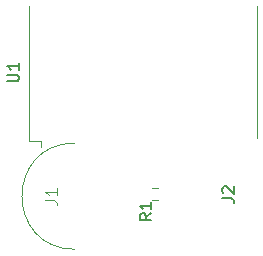
<source format=gbr>
%TF.GenerationSoftware,KiCad,Pcbnew,7.0.2*%
%TF.CreationDate,2024-04-02T18:30:14-04:00*%
%TF.ProjectId,filt1,66696c74-312e-46b6-9963-61645f706362,rev?*%
%TF.SameCoordinates,Original*%
%TF.FileFunction,Legend,Top*%
%TF.FilePolarity,Positive*%
%FSLAX46Y46*%
G04 Gerber Fmt 4.6, Leading zero omitted, Abs format (unit mm)*
G04 Created by KiCad (PCBNEW 7.0.2) date 2024-04-02 18:30:14*
%MOMM*%
%LPD*%
G01*
G04 APERTURE LIST*
%ADD10C,0.150000*%
%ADD11C,0.100000*%
%ADD12C,0.120000*%
G04 APERTURE END LIST*
D10*
%TO.C,U1*%
X158246619Y-91991404D02*
X159056142Y-91991404D01*
X159056142Y-91991404D02*
X159151380Y-91943785D01*
X159151380Y-91943785D02*
X159199000Y-91896166D01*
X159199000Y-91896166D02*
X159246619Y-91800928D01*
X159246619Y-91800928D02*
X159246619Y-91610452D01*
X159246619Y-91610452D02*
X159199000Y-91515214D01*
X159199000Y-91515214D02*
X159151380Y-91467595D01*
X159151380Y-91467595D02*
X159056142Y-91419976D01*
X159056142Y-91419976D02*
X158246619Y-91419976D01*
X159246619Y-90419976D02*
X159246619Y-90991404D01*
X159246619Y-90705690D02*
X158246619Y-90705690D01*
X158246619Y-90705690D02*
X158389476Y-90800928D01*
X158389476Y-90800928D02*
X158484714Y-90896166D01*
X158484714Y-90896166D02*
X158532333Y-90991404D01*
%TO.C,J2*%
X176462619Y-101873333D02*
X177176904Y-101873333D01*
X177176904Y-101873333D02*
X177319761Y-101920952D01*
X177319761Y-101920952D02*
X177415000Y-102016190D01*
X177415000Y-102016190D02*
X177462619Y-102159047D01*
X177462619Y-102159047D02*
X177462619Y-102254285D01*
X176557857Y-101444761D02*
X176510238Y-101397142D01*
X176510238Y-101397142D02*
X176462619Y-101301904D01*
X176462619Y-101301904D02*
X176462619Y-101063809D01*
X176462619Y-101063809D02*
X176510238Y-100968571D01*
X176510238Y-100968571D02*
X176557857Y-100920952D01*
X176557857Y-100920952D02*
X176653095Y-100873333D01*
X176653095Y-100873333D02*
X176748333Y-100873333D01*
X176748333Y-100873333D02*
X176891190Y-100920952D01*
X176891190Y-100920952D02*
X177462619Y-101492380D01*
X177462619Y-101492380D02*
X177462619Y-100873333D01*
%TO.C,R1*%
X170462619Y-103166666D02*
X169986428Y-103499999D01*
X170462619Y-103738094D02*
X169462619Y-103738094D01*
X169462619Y-103738094D02*
X169462619Y-103357142D01*
X169462619Y-103357142D02*
X169510238Y-103261904D01*
X169510238Y-103261904D02*
X169557857Y-103214285D01*
X169557857Y-103214285D02*
X169653095Y-103166666D01*
X169653095Y-103166666D02*
X169795952Y-103166666D01*
X169795952Y-103166666D02*
X169891190Y-103214285D01*
X169891190Y-103214285D02*
X169938809Y-103261904D01*
X169938809Y-103261904D02*
X169986428Y-103357142D01*
X169986428Y-103357142D02*
X169986428Y-103738094D01*
X170462619Y-102214285D02*
X170462619Y-102785713D01*
X170462619Y-102499999D02*
X169462619Y-102499999D01*
X169462619Y-102499999D02*
X169605476Y-102595237D01*
X169605476Y-102595237D02*
X169700714Y-102690475D01*
X169700714Y-102690475D02*
X169748333Y-102785713D01*
D11*
%TO.C,J1*%
X161462619Y-102033333D02*
X162176904Y-102033333D01*
X162176904Y-102033333D02*
X162319761Y-102080952D01*
X162319761Y-102080952D02*
X162415000Y-102176190D01*
X162415000Y-102176190D02*
X162462619Y-102319047D01*
X162462619Y-102319047D02*
X162462619Y-102414285D01*
X162462619Y-101033333D02*
X162462619Y-101604761D01*
X162462619Y-101319047D02*
X161462619Y-101319047D01*
X161462619Y-101319047D02*
X161605476Y-101414285D01*
X161605476Y-101414285D02*
X161700714Y-101509523D01*
X161700714Y-101509523D02*
X161748333Y-101604761D01*
D12*
%TO.C,U1*%
X160054000Y-97071500D02*
X161070000Y-97071500D01*
X161070000Y-97071500D02*
X161070000Y-97579500D01*
X160054000Y-85641500D02*
X160054000Y-97071500D01*
X179358000Y-85641500D02*
X179358000Y-96817500D01*
%TO.C,R1*%
X170512742Y-100977500D02*
X170987258Y-100977500D01*
X170512742Y-102022500D02*
X170987258Y-102022500D01*
D11*
%TO.C,J1*%
X164000000Y-97200000D02*
G75*
G03*
X164000000Y-106200000I0J-4500000D01*
G01*
%TD*%
M02*

</source>
